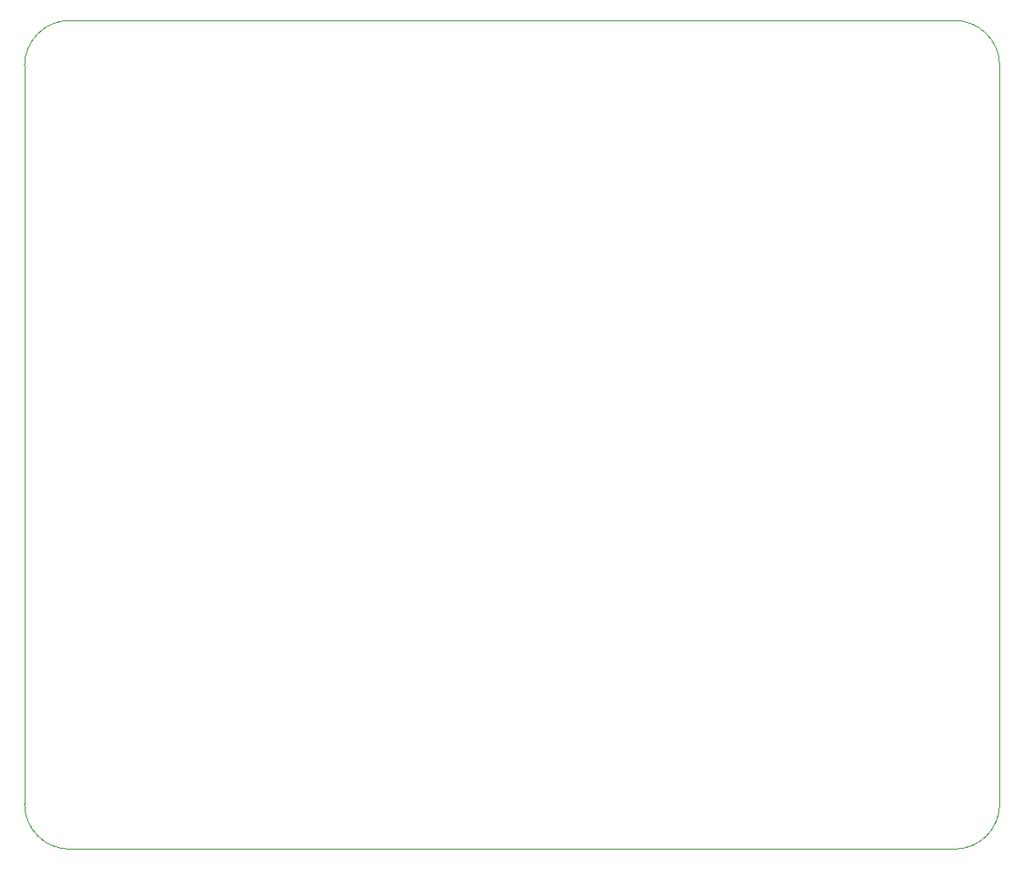
<source format=gbr>
%TF.GenerationSoftware,Altium Limited,Altium Designer,25.2.1 (25)*%
G04 Layer_Color=0*
%FSLAX43Y43*%
%MOMM*%
%TF.SameCoordinates,14BE83A4-B3EB-4770-8DB1-726BE69DDD70*%
%TF.FilePolarity,Positive*%
%TF.FileFunction,Profile,NP*%
%TF.Part,Single*%
G01*
G75*
%TA.AperFunction,Profile*%
%ADD127C,0.025*%
D127*
X4500Y0D02*
G02*
X0Y4500I0J4500D01*
G01*
Y78000D01*
D02*
G02*
X4500Y82500I4500J0D01*
G01*
X92500D01*
D02*
G02*
X97000Y78000I0J-4500D01*
G01*
Y4500D01*
D02*
G02*
X92500Y0I-4500J0D01*
G01*
X4500D01*
%TF.MD5,c97786f89a778f6eed12267e34931fe9*%
M02*

</source>
